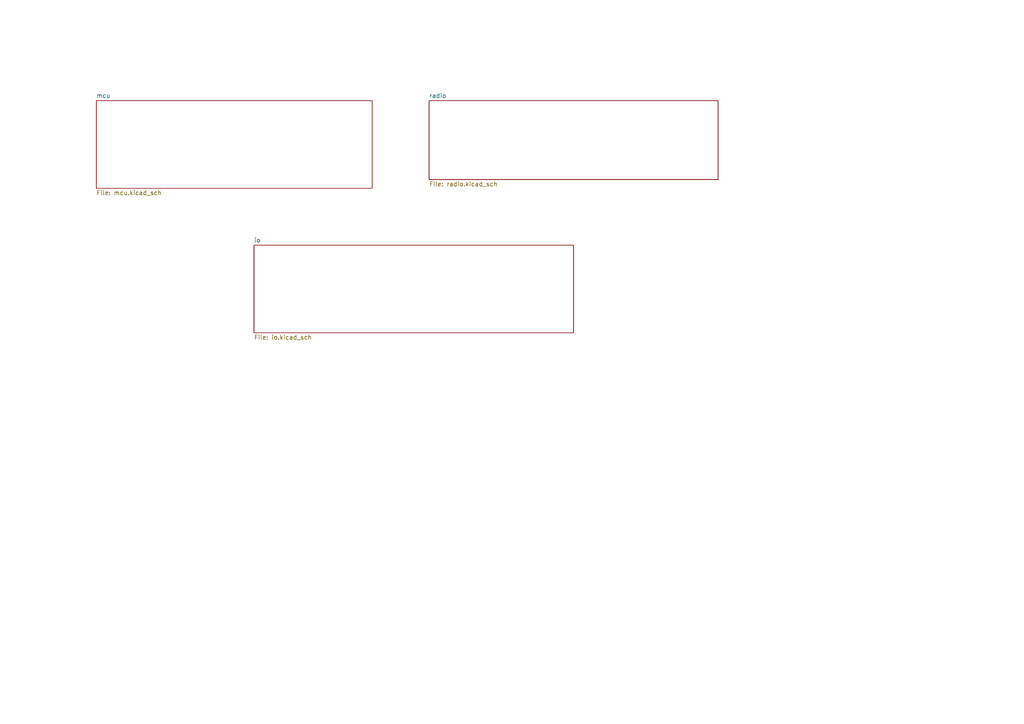
<source format=kicad_sch>
(kicad_sch
	(version 20231120)
	(generator "eeschema")
	(generator_version "8.0")
	(uuid "0775f04a-8a0e-41f5-b442-dacb2efdb863")
	(paper "A4")
	(title_block
		(title "Dock")
		(date "2024-07-20")
	)
	(lib_symbols)
	(sheet
		(at 124.46 29.21)
		(size 83.82 22.86)
		(fields_autoplaced yes)
		(stroke
			(width 0.1524)
			(type solid)
		)
		(fill
			(color 0 0 0 0.0000)
		)
		(uuid "75911a2a-67a3-4491-aa2f-c0cb98fc09a7")
		(property "Sheetname" "radio"
			(at 124.46 28.4984 0)
			(effects
				(font
					(size 1.27 1.27)
				)
				(justify left bottom)
			)
		)
		(property "Sheetfile" "radio.kicad_sch"
			(at 124.46 52.6546 0)
			(effects
				(font
					(size 1.27 1.27)
				)
				(justify left top)
			)
		)
		(instances
			(project "dock"
				(path "/0775f04a-8a0e-41f5-b442-dacb2efdb863"
					(page "3")
				)
			)
		)
	)
	(sheet
		(at 27.94 29.21)
		(size 80.01 25.4)
		(fields_autoplaced yes)
		(stroke
			(width 0.1524)
			(type solid)
		)
		(fill
			(color 0 0 0 0.0000)
		)
		(uuid "91cafd9f-69c3-4236-80de-a9ef98ffb65d")
		(property "Sheetname" "mcu"
			(at 27.94 28.4984 0)
			(effects
				(font
					(size 1.27 1.27)
				)
				(justify left bottom)
			)
		)
		(property "Sheetfile" "mcu.kicad_sch"
			(at 27.94 55.1946 0)
			(effects
				(font
					(size 1.27 1.27)
				)
				(justify left top)
			)
		)
		(instances
			(project "dock"
				(path "/0775f04a-8a0e-41f5-b442-dacb2efdb863"
					(page "2")
				)
			)
		)
	)
	(sheet
		(at 73.66 71.12)
		(size 92.71 25.4)
		(fields_autoplaced yes)
		(stroke
			(width 0.1524)
			(type solid)
		)
		(fill
			(color 0 0 0 0.0000)
		)
		(uuid "92c85f3a-14b3-4661-ad21-779315976c0e")
		(property "Sheetname" "io"
			(at 73.66 70.4084 0)
			(effects
				(font
					(size 1.27 1.27)
				)
				(justify left bottom)
			)
		)
		(property "Sheetfile" "io.kicad_sch"
			(at 73.66 97.1046 0)
			(effects
				(font
					(size 1.27 1.27)
				)
				(justify left top)
			)
		)
		(instances
			(project "dock"
				(path "/0775f04a-8a0e-41f5-b442-dacb2efdb863"
					(page "5")
				)
			)
		)
	)
	(sheet_instances
		(path "/"
			(page "1")
		)
	)
)

</source>
